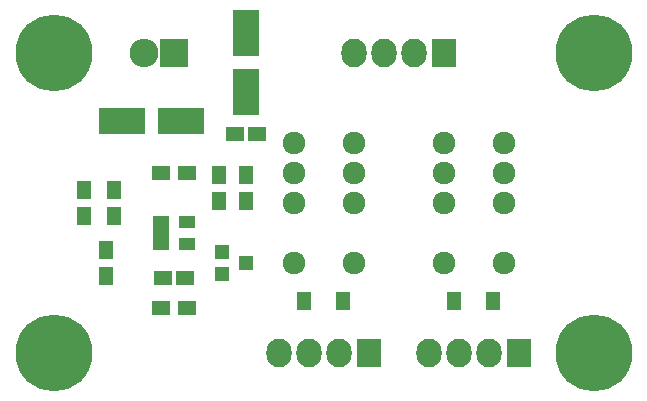
<source format=gbr>
G04 #@! TF.FileFunction,Soldermask,Top*
%FSLAX46Y46*%
G04 Gerber Fmt 4.6, Leading zero omitted, Abs format (unit mm)*
G04 Created by KiCad (PCBNEW 4.0.5+dfsg1-4) date Thu Jan 18 14:42:47 2018*
%MOMM*%
%LPD*%
G01*
G04 APERTURE LIST*
%ADD10C,0.100000*%
%ADD11C,1.924000*%
%ADD12R,1.600000X1.150000*%
%ADD13R,3.900120X2.200860*%
%ADD14R,1.310000X1.620000*%
%ADD15R,1.200100X1.200100*%
%ADD16R,1.300000X1.600000*%
%ADD17R,1.600000X1.300000*%
%ADD18R,1.460000X1.050000*%
%ADD19R,2.127200X2.432000*%
%ADD20O,2.127200X2.432000*%
%ADD21R,2.432000X2.432000*%
%ADD22O,2.432000X2.432000*%
%ADD23C,6.496000*%
%ADD24R,2.200860X3.900120*%
G04 APERTURE END LIST*
D10*
D11*
X91440000Y-96520000D03*
X91440000Y-93980000D03*
X91440000Y-91440000D03*
X91440000Y-101600000D03*
X96520000Y-101600000D03*
X96520000Y-96520000D03*
X96520000Y-93980000D03*
X96520000Y-91440000D03*
X78740000Y-96520000D03*
X78740000Y-93980000D03*
X78740000Y-91440000D03*
X78740000Y-101600000D03*
X83820000Y-101600000D03*
X83820000Y-96520000D03*
X83820000Y-93980000D03*
X83820000Y-91440000D03*
D12*
X69530000Y-102870000D03*
X67630000Y-102870000D03*
D13*
X64175640Y-89535000D03*
X69174360Y-89535000D03*
D14*
X95615000Y-104775000D03*
X92345000Y-104775000D03*
X82915000Y-104775000D03*
X79645000Y-104775000D03*
D12*
X73726000Y-90678000D03*
X75626000Y-90678000D03*
D15*
X72659240Y-100650000D03*
X72659240Y-102550000D03*
X74658220Y-101600000D03*
D16*
X60960000Y-95420000D03*
X60960000Y-97620000D03*
X62865000Y-102700000D03*
X62865000Y-100500000D03*
X63500000Y-95420000D03*
X63500000Y-97620000D03*
D17*
X69680000Y-105410000D03*
X67480000Y-105410000D03*
X67480000Y-93980000D03*
X69680000Y-93980000D03*
D16*
X72390000Y-96350000D03*
X72390000Y-94150000D03*
X74676000Y-94150000D03*
X74676000Y-96350000D03*
D18*
X67480000Y-98110000D03*
X67480000Y-99060000D03*
X67480000Y-100010000D03*
X69680000Y-100010000D03*
X69680000Y-98110000D03*
D19*
X91440000Y-83820000D03*
D20*
X88900000Y-83820000D03*
X86360000Y-83820000D03*
X83820000Y-83820000D03*
D21*
X68580000Y-83820000D03*
D22*
X66040000Y-83820000D03*
D19*
X97790000Y-109220000D03*
D20*
X95250000Y-109220000D03*
X92710000Y-109220000D03*
X90170000Y-109220000D03*
D19*
X85090000Y-109220000D03*
D20*
X82550000Y-109220000D03*
X80010000Y-109220000D03*
X77470000Y-109220000D03*
D23*
X58420000Y-83820000D03*
X104140000Y-83820000D03*
X58420000Y-109220000D03*
X104140000Y-109220000D03*
D24*
X74676000Y-87081360D03*
X74676000Y-82082640D03*
M02*

</source>
